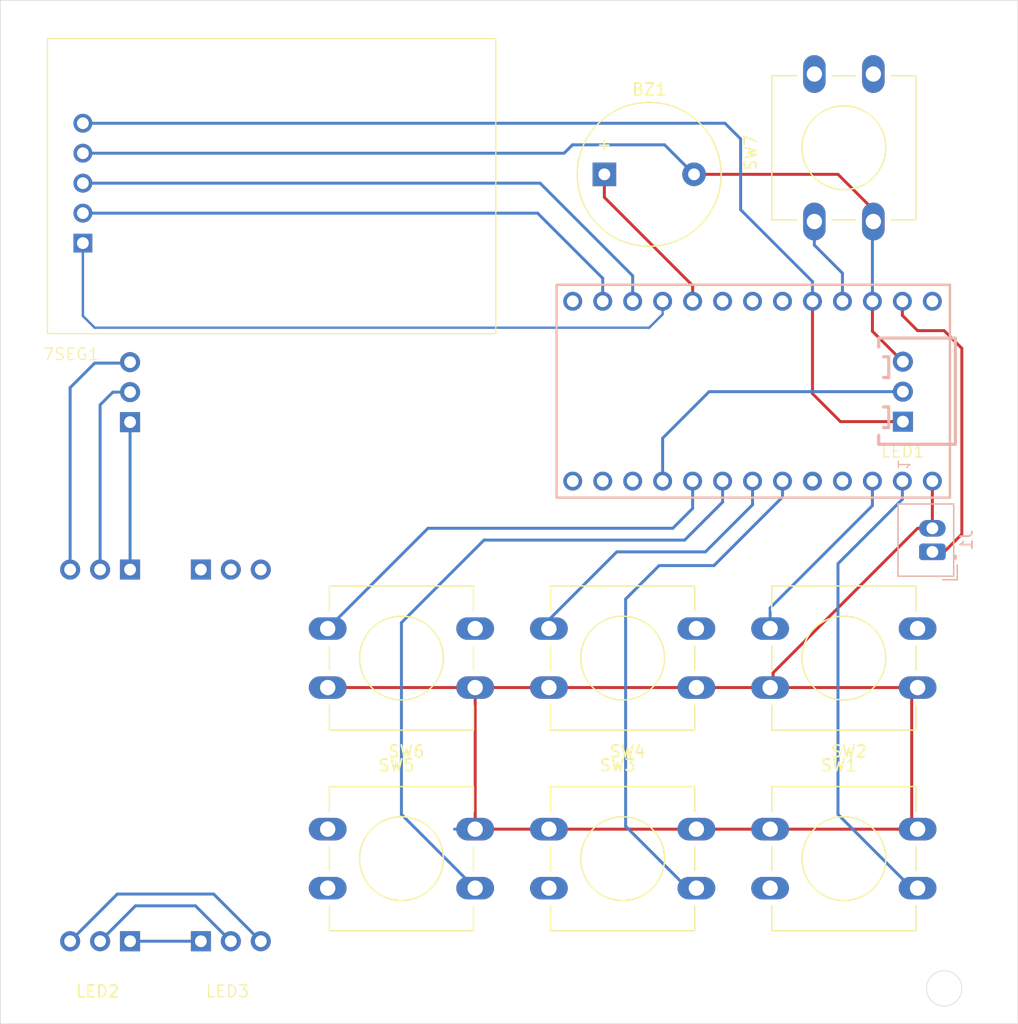
<source format=kicad_pcb>
(kicad_pcb (version 20241229) (generator "pcbnew") (generator_version "9.0")
  (layers (0 "F.Cu" signal) (2 "B.Cu" signal) (13 "F.Paste" user) (15 "B.Paste" user) (5 "F.SilkS" user "F.Silkscreen") (7 "B.SilkS" user "B.Silkscreen") (1 "F.Mask" user) (3 "B.Mask" user) (25 "Edge.Cuts" user))
  (net 0 "")
  (net 1 "BAT")
  (net 2 "GND")
  (net 3 "3V3")
  (net 4 "LED")
  (net 5 "BUT_1")
  (net 6 "BUT_2")
  (net 7 "BUT_3")
  (net 8 "BUT_4")
  (net 9 "BUT_5")
  (net 10 "BUT_6")
  (net 11 "unconnected-(U1-P0.09-LF-Pad24)")
  (net 12 "BUZ")
  (net 13 "DIG_CLK")
  (net 15 "Net-(LED1-DATA-Pad5)")
  (net 16 "Net-(LED1-3V3-Pad4)")
  (net 18 "DIG_DATA")
  (net 22 "DIG_LATCH")
  (net 23 "Net-(LED1-GND-Pad6)")
  (net 26 "Net-(U1-RST)")
  (net 27 "Net-(LED2-3V3-Pad4)")
  (net 28 "Net-(LED2-DATA-Pad5)")
  (net 29 "Net-(LED2-GND-Pad6)")
  (footprint "mastermind:7seg" (layer "F.Cu") (at 94.5 69.25)
    (property "Reference" "7SEG1" (at -7.5 18 0) (layer "F.SilkS") (effects (font (thickness 0.1))))
    (property "Value" "~" (hide yes))
    (fp_rect (start -9.5 -8.75) (end 28.5 16.25) (stroke (width 0.1)) (fill no) (layer "F.SilkS"))
    (pad "1" thru_hole rect (at -6.5 8.58 180) (size 1.6 1.6) (drill 1) (layers "*.Cu" "*.Mask") (net 22 "DIG_LATCH"))
    (pad "2" thru_hole oval (at -6.5 6.04 180) (size 1.6 1.6) (drill 1) (layers "*.Cu" "*.Mask") (net 13 "DIG_CLK"))
    (pad "3" thru_hole oval (at -6.5 3.5 180) (size 1.6 1.6) (drill 1) (layers "*.Cu" "*.Mask") (net 18 "DIG_DATA"))
    (pad "4" thru_hole oval (at -6.5 0.96 180) (size 1.6 1.6) (drill 1) (layers "*.Cu" "*.Mask") (net 2 "GND"))
    (pad "5" thru_hole oval (at -6.5 -1.58 180) (size 1.6 1.6) (drill 1) (layers "*.Cu" "*.Mask") (net 3 "3V3"))
  )
  (footprint "mastermind:SW_PUSH-12mm" (layer "F.Cu") (at 108.75 127.5)
    (property "Reference" "SW5" (at 5.83 -5.41 0) (layer "F.SilkS"))
    (property "Value" "SW_Push")
    (fp_line (start 0.14 -3.61) (end 0.14 -1.5) (stroke (width 0.12)) (layer "F.SilkS"))
    (fp_line (start 0.14 -3.61) (end 12.36 -3.61) (stroke (width 0.12)) (layer "F.SilkS"))
    (fp_line (start 0.14 1.5) (end 0.14 3.5) (stroke (width 0.12)) (layer "F.SilkS"))
    (fp_line (start 0.14 6.5) (end 0.14 8.61) (stroke (width 0.12)) (layer "F.SilkS"))
    (fp_line (start 12.36 -3.61) (end 12.36 -1.5) (stroke (width 0.12)) (layer "F.SilkS"))
    (fp_line (start 12.36 1.5) (end 12.36 3.5) (stroke (width 0.12)) (layer "F.SilkS"))
    (fp_line (start 12.36 6.5) (end 12.36 8.61) (stroke (width 0.12)) (layer "F.SilkS"))
    (fp_line (start 12.36 8.61) (end 0.14 8.61) (stroke (width 0.12)) (layer "F.SilkS"))
    (fp_circle (center 6.25 2.5) (end 9.8 2.5) (stroke (width 0.12)) (fill no) (layer "F.SilkS"))
    (pad "1" thru_hole oval (at 0 0) (size 3.2 1.9) (drill 1.3) (layers "*.Cu" "*.Mask") (net 2 "GND"))
    (pad "1" thru_hole oval (at 12.5 0) (size 3.2 1.9) (drill 1.3) (layers "*.Cu" "*.Mask") (net 2 "GND"))
    (pad "2" thru_hole oval (at 0 5) (size 3.2 1.9) (drill 1.3) (layers "*.Cu" "*.Mask") (net 9 "BUT_5"))
    (pad "2" thru_hole oval (at 12.5 5) (size 3.2 1.9) (drill 1.3) (layers "*.Cu" "*.Mask") (net 9 "BUT_5"))
  )
  (footprint "Buzzer_Beeper:Buzzer_12x9.5RM7.6" (layer "F.Cu") (at 132.2 72)
    (property "Reference" "BZ1" (at 3.8 -7.2 0) (layer "F.SilkS"))
    (property "Value" "Buzzer")
    (fp_circle (center 3.8 0) (end 9.9 0) (stroke (width 0.12)) (fill no) (layer "F.SilkS"))
    (fp_text user "+" (at -0.01 -2.54 0) (layer "F.SilkS"))
    (pad "1" thru_hole rect (at 0 0) (size 2 2) (drill 1) (layers "*.Cu" "*.Mask") (net 12 "BUZ"))
    (pad "2" thru_hole circle (at 7.6 0) (size 2 2) (drill 1) (layers "*.Cu" "*.Mask") (net 2 "GND"))
  )
  (footprint "mastermind:SW_PUSH-12mm" (layer "F.Cu") (at 158.75 115.5 180)
    (property "Reference" "SW2" (at 5.83 -5.41 180) (layer "F.SilkS"))
    (property "Value" "SW_Push")
    (fp_line (start 12.36 8.61) (end 0.14 8.61) (stroke (width 0.12)) (layer "F.SilkS"))
    (fp_line (start 12.36 6.5) (end 12.36 8.61) (stroke (width 0.12)) (layer "F.SilkS"))
    (fp_line (start 12.36 1.5) (end 12.36 3.5) (stroke (width 0.12)) (layer "F.SilkS"))
    (fp_line (start 12.36 -3.61) (end 12.36 -1.5) (stroke (width 0.12)) (layer "F.SilkS"))
    (fp_line (start 0.14 6.5) (end 0.14 8.61) (stroke (width 0.12)) (layer "F.SilkS"))
    (fp_line (start 0.14 1.5) (end 0.14 3.5) (stroke (width 0.12)) (layer "F.SilkS"))
    (fp_line (start 0.14 -3.61) (end 12.36 -3.61) (stroke (width 0.12)) (layer "F.SilkS"))
    (fp_line (start 0.14 -3.61) (end 0.14 -1.5) (stroke (width 0.12)) (layer "F.SilkS"))
    (fp_circle (center 6.25 2.5) (end 9.8 2.5) (stroke (width 0.12)) (fill no) (layer "F.SilkS"))
    (pad "1" thru_hole oval (at 0 0 180) (size 3.2 1.9) (drill 1.3) (layers "*.Cu" "*.Mask") (net 2 "GND"))
    (pad "1" thru_hole oval (at 12.5 0 180) (size 3.2 1.9) (drill 1.3) (layers "*.Cu" "*.Mask") (net 2 "GND"))
    (pad "2" thru_hole oval (at 0 5 180) (size 3.2 1.9) (drill 1.3) (layers "*.Cu" "*.Mask") (net 6 "BUT_2"))
    (pad "2" thru_hole oval (at 12.5 5 180) (size 3.2 1.9) (drill 1.3) (layers "*.Cu" "*.Mask") (net 6 "BUT_2"))
  )
  (footprint "mastermind:LED Strip 2 LED" (layer "F.Cu") (at 89.75 129.75 -90)
    (property "Reference" "LED2" (at 11.5 0.5 0) (layer "F.SilkS"))
    (property "Value" "~")
    (pad "1" thru_hole rect (at -24.25 -2.25 270) (size 1.7 1.7) (drill 1) (layers "*.Cu" "*.Mask") (net 16 "Net-(LED1-3V3-Pad4)"))
    (pad "2" thru_hole circle (at -24.25 0.29 270) (size 1.7 1.7) (drill 1) (layers "*.Cu" "*.Mask") (net 15 "Net-(LED1-DATA-Pad5)"))
    (pad "3" thru_hole circle (at -24.25 2.83 270) (size 1.7 1.7) (drill 1) (layers "*.Cu" "*.Mask") (net 23 "Net-(LED1-GND-Pad6)"))
    (pad "4" thru_hole rect (at 7.25 -2.25 270) (size 1.7 1.7) (drill 1) (layers "*.Cu" "*.Mask") (net 27 "Net-(LED2-3V3-Pad4)"))
    (pad "5" thru_hole circle (at 7.25 0.29 270) (size 1.7 1.7) (drill 1) (layers "*.Cu" "*.Mask") (net 28 "Net-(LED2-DATA-Pad5)"))
    (pad "6" thru_hole circle (at 7.25 2.83 270) (size 1.7 1.7) (drill 1) (layers "*.Cu" "*.Mask") (net 29 "Net-(LED2-GND-Pad6)"))
  )
  (footprint "mastermind:SW_PUSH-12mm" (layer "F.Cu") (at 140 115.5 180)
    (property "Reference" "SW4" (at 5.83 -5.41 180) (layer "F.SilkS"))
    (property "Value" "SW_Push")
    (fp_line (start 12.36 8.61) (end 0.14 8.61) (stroke (width 0.12)) (layer "F.SilkS"))
    (fp_line (start 12.36 6.5) (end 12.36 8.61) (stroke (width 0.12)) (layer "F.SilkS"))
    (fp_line (start 12.36 1.5) (end 12.36 3.5) (stroke (width 0.12)) (layer "F.SilkS"))
    (fp_line (start 12.36 -3.61) (end 12.36 -1.5) (stroke (width 0.12)) (layer "F.SilkS"))
    (fp_line (start 0.14 6.5) (end 0.14 8.61) (stroke (width 0.12)) (layer "F.SilkS"))
    (fp_line (start 0.14 1.5) (end 0.14 3.5) (stroke (width 0.12)) (layer "F.SilkS"))
    (fp_line (start 0.14 -3.61) (end 12.36 -3.61) (stroke (width 0.12)) (layer "F.SilkS"))
    (fp_line (start 0.14 -3.61) (end 0.14 -1.5) (stroke (width 0.12)) (layer "F.SilkS"))
    (fp_circle (center 6.25 2.5) (end 9.8 2.5) (stroke (width 0.12)) (fill no) (layer "F.SilkS"))
    (pad "1" thru_hole oval (at 0 0 180) (size 3.2 1.9) (drill 1.3) (layers "*.Cu" "*.Mask") (net 2 "GND"))
    (pad "1" thru_hole oval (at 12.5 0 180) (size 3.2 1.9) (drill 1.3) (layers "*.Cu" "*.Mask") (net 2 "GND"))
    (pad "2" thru_hole oval (at 0 5 180) (size 3.2 1.9) (drill 1.3) (layers "*.Cu" "*.Mask") (net 8 "BUT_4"))
    (pad "2" thru_hole oval (at 12.5 5 180) (size 3.2 1.9) (drill 1.3) (layers "*.Cu" "*.Mask") (net 8 "BUT_4"))
  )
  (footprint "mastermind:SW_PUSH-12mm" (layer "F.Cu") (at 121.25 115.5 180)
    (property "Reference" "SW6" (at 5.83 -5.41 180) (layer "F.SilkS"))
    (property "Value" "SW_Push")
    (fp_line (start 12.36 8.61) (end 0.14 8.61) (stroke (width 0.12)) (layer "F.SilkS"))
    (fp_line (start 12.36 6.5) (end 12.36 8.61) (stroke (width 0.12)) (layer "F.SilkS"))
    (fp_line (start 12.36 1.5) (end 12.36 3.5) (stroke (width 0.12)) (layer "F.SilkS"))
    (fp_line (start 12.36 -3.61) (end 12.36 -1.5) (stroke (width 0.12)) (layer "F.SilkS"))
    (fp_line (start 0.14 6.5) (end 0.14 8.61) (stroke (width 0.12)) (layer "F.SilkS"))
    (fp_line (start 0.14 1.5) (end 0.14 3.5) (stroke (width 0.12)) (layer "F.SilkS"))
    (fp_line (start 0.14 -3.61) (end 12.36 -3.61) (stroke (width 0.12)) (layer "F.SilkS"))
    (fp_line (start 0.14 -3.61) (end 0.14 -1.5) (stroke (width 0.12)) (layer "F.SilkS"))
    (fp_circle (center 6.25 2.5) (end 9.8 2.5) (stroke (width 0.12)) (fill no) (layer "F.SilkS"))
    (pad "1" thru_hole oval (at 0 0 180) (size 3.2 1.9) (drill 1.3) (layers "*.Cu" "*.Mask") (net 2 "GND"))
    (pad "1" thru_hole oval (at 12.5 0 180) (size 3.2 1.9) (drill 1.3) (layers "*.Cu" "*.Mask") (net 2 "GND"))
    (pad "2" thru_hole oval (at 0 5 180) (size 3.2 1.9) (drill 1.3) (layers "*.Cu" "*.Mask") (net 10 "BUT_6"))
    (pad "2" thru_hole oval (at 12.5 5 180) (size 3.2 1.9) (drill 1.3) (layers "*.Cu" "*.Mask") (net 10 "BUT_6"))
  )
  (footprint "mastermind:SW_PUSH-12mm" (layer "F.Cu") (at 127.5 127.5)
    (property "Reference" "SW3" (at 5.83 -5.41 0) (layer "F.SilkS"))
    (property "Value" "SW_Push")
    (fp_line (start 0.14 -3.61) (end 0.14 -1.5) (stroke (width 0.12)) (layer "F.SilkS"))
    (fp_line (start 0.14 -3.61) (end 12.36 -3.61) (stroke (width 0.12)) (layer "F.SilkS"))
    (fp_line (start 0.14 1.5) (end 0.14 3.5) (stroke (width 0.12)) (layer "F.SilkS"))
    (fp_line (start 0.14 6.5) (end 0.14 8.61) (stroke (width 0.12)) (layer "F.SilkS"))
    (fp_line (start 12.36 -3.61) (end 12.36 -1.5) (stroke (width 0.12)) (layer "F.SilkS"))
    (fp_line (start 12.36 1.5) (end 12.36 3.5) (stroke (width 0.12)) (layer "F.SilkS"))
    (fp_line (start 12.36 6.5) (end 12.36 8.61) (stroke (width 0.12)) (layer "F.SilkS"))
    (fp_line (start 12.36 8.61) (end 0.14 8.61) (stroke (width 0.12)) (layer "F.SilkS"))
    (fp_circle (center 6.25 2.5) (end 9.8 2.5) (stroke (width 0.12)) (fill no) (layer "F.SilkS"))
    (pad "1" thru_hole oval (at 0 0) (size 3.2 1.9) (drill 1.3) (layers "*.Cu" "*.Mask") (net 2 "GND"))
    (pad "1" thru_hole oval (at 12.5 0) (size 3.2 1.9) (drill 1.3) (layers "*.Cu" "*.Mask") (net 2 "GND"))
    (pad "2" thru_hole oval (at 0 5) (size 3.2 1.9) (drill 1.3) (layers "*.Cu" "*.Mask") (net 7 "BUT_3"))
    (pad "2" thru_hole oval (at 12.5 5) (size 3.2 1.9) (drill 1.3) (layers "*.Cu" "*.Mask") (net 7 "BUT_3"))
  )
  (footprint "mastermind:SW_PUSH-12mm" (layer "F.Cu") (at 146.25 127.5)
    (property "Reference" "SW1" (at 5.83 -5.41 0) (layer "F.SilkS"))
    (property "Value" "SW_Push")
    (fp_line (start 0.14 -3.61) (end 0.14 -1.5) (stroke (width 0.12)) (layer "F.SilkS"))
    (fp_line (start 0.14 -3.61) (end 12.36 -3.61) (stroke (width 0.12)) (layer "F.SilkS"))
    (fp_line (start 0.14 1.5) (end 0.14 3.5) (stroke (width 0.12)) (layer "F.SilkS"))
    (fp_line (start 0.14 6.5) (end 0.14 8.61) (stroke (width 0.12)) (layer "F.SilkS"))
    (fp_line (start 12.36 -3.61) (end 12.36 -1.5) (stroke (width 0.12)) (layer "F.SilkS"))
    (fp_line (start 12.36 1.5) (end 12.36 3.5) (stroke (width 0.12)) (layer "F.SilkS"))
    (fp_line (start 12.36 6.5) (end 12.36 8.61) (stroke (width 0.12)) (layer "F.SilkS"))
    (fp_line (start 12.36 8.61) (end 0.14 8.61) (stroke (width 0.12)) (layer "F.SilkS"))
    (fp_circle (center 6.25 2.5) (end 9.8 2.5) (stroke (width 0.12)) (fill no) (layer "F.SilkS"))
    (pad "1" thru_hole oval (at 0 0) (size 3.2 1.9) (drill 1.3) (layers "*.Cu" "*.Mask") (net 2 "GND"))
    (pad "1" thru_hole oval (at 12.5 0) (size 3.2 1.9) (drill 1.3) (layers "*.Cu" "*.Mask") (net 2 "GND"))
    (pad "2" thru_hole oval (at 0 5) (size 3.2 1.9) (drill 1.3) (layers "*.Cu" "*.Mask") (net 5 "BUT_1"))
    (pad "2" thru_hole oval (at 12.5 5) (size 3.2 1.9) (drill 1.3) (layers "*.Cu" "*.Mask") (net 5 "BUT_1"))
  )
  (footprint "mastermind:LED Strip 4 LED" (layer "F.Cu") (at 133.25 90.71 180)
    (property "Reference" "LED1" (at -24.25 -4.79 0) (layer "F.SilkS") (effects (font (thickness 0.1))))
    (property "Value" "~")
    (pad "1" thru_hole rect (at -24.25 -2.25 180) (size 1.7 1.7) (drill 1) (layers "*.Cu" "*.Mask") (net 3 "3V3"))
    (pad "2" thru_hole circle (at -24.25 0.29 180) (size 1.7 1.7) (drill 1) (layers "*.Cu" "*.Mask") (net 4 "LED"))
    (pad "3" thru_hole circle (at -24.25 2.83 180) (size 1.7 1.7) (drill 1) (layers "*.Cu" "*.Mask") (net 2 "GND"))
    (pad "4" thru_hole rect (at 41.25 -2.29 180) (size 1.7 1.7) (drill 1) (layers "*.Cu" "*.Mask") (net 16 "Net-(LED1-3V3-Pad4)"))
    (pad "5" thru_hole circle (at 41.25 0.25 180) (size 1.7 1.7) (drill 1) (layers "*.Cu" "*.Mask") (net 15 "Net-(LED1-DATA-Pad5)"))
    (pad "6" thru_hole circle (at 41.25 2.79 180) (size 1.7 1.7) (drill 1) (layers "*.Cu" "*.Mask") (net 23 "Net-(LED1-GND-Pad6)"))
  )
  (footprint "mastermind:LED Strip 2 LED" (layer "F.Cu") (at 100.25 112.75 90)
    (property "Reference" "LED3" (at -28.5 0 0) (layer "F.SilkS") (effects (font (thickness 0.1))))
    (property "Value" "~")
    (pad "1" thru_hole rect (at -24.25 -2.25 90) (size 1.7 1.7) (drill 1) (layers "*.Cu" "*.Mask") (net 27 "Net-(LED2-3V3-Pad4)"))
    (pad "2" thru_hole circle (at -24.25 0.29 90) (size 1.7 1.7) (drill 1) (layers "*.Cu" "*.Mask") (net 28 "Net-(LED2-DATA-Pad5)"))
    (pad "3" thru_hole circle (at -24.25 2.83 90) (size 1.7 1.7) (drill 1) (layers "*.Cu" "*.Mask") (net 29 "Net-(LED2-GND-Pad6)"))
    (pad "4" thru_hole rect (at 7.25 -2.25 90) (size 1.7 1.7) (drill 1) (layers "*.Cu" "*.Mask"))
    (pad "5" thru_hole circle (at 7.25 0.29 90) (size 1.7 1.7) (drill 1) (layers "*.Cu" "*.Mask"))
    (pad "6" thru_hole circle (at 7.25 2.83 90) (size 1.7 1.7) (drill 1) (layers "*.Cu" "*.Mask"))
  )
  (footprint "mastermind:SW_PUSH-12mm" (layer "F.Cu") (at 150 76 90)
    (property "Reference" "SW7" (at 5.83 -5.41 90) (layer "F.SilkS"))
    (property "Value" "SW_RST")
    (fp_line (start 12.36 -3.61) (end 12.36 -1.5) (stroke (width 0.12)) (layer "F.SilkS"))
    (fp_line (start 0.14 -3.61) (end 12.36 -3.61) (stroke (width 0.12)) (layer "F.SilkS"))
    (fp_line (start 0.14 -3.61) (end 0.14 -1.5) (stroke (width 0.12)) (layer "F.SilkS"))
    (fp_line (start 12.36 1.5) (end 12.36 3.5) (stroke (width 0.12)) (layer "F.SilkS"))
    (fp_line (start 0.14 1.5) (end 0.14 3.5) (stroke (width 0.12)) (layer "F.SilkS"))
    (fp_line (start 12.36 6.5) (end 12.36 8.61) (stroke (width 0.12)) (layer "F.SilkS"))
    (fp_line (start 0.14 6.5) (end 0.14 8.61) (stroke (width 0.12)) (layer "F.SilkS"))
    (fp_line (start 12.36 8.61) (end 0.14 8.61) (stroke (width 0.12)) (layer "F.SilkS"))
    (fp_circle (center 6.25 2.5) (end 9.8 2.5) (stroke (width 0.12)) (fill no) (layer "F.SilkS"))
    (pad "1" thru_hole oval (at 0 0 90) (size 3.2 1.9) (drill 1.3) (layers "*.Cu" "*.Mask") (net 26 "Net-(U1-RST)"))
    (pad "1" thru_hole oval (at 12.5 0 90) (size 3.2 1.9) (drill 1.3) (layers "*.Cu" "*.Mask") (net 26 "Net-(U1-RST)"))
    (pad "2" thru_hole oval (at 0 5 90) (size 3.2 1.9) (drill 1.3) (layers "*.Cu" "*.Mask") (net 2 "GND"))
    (pad "2" thru_hole oval (at 12.5 5 90) (size 3.2 1.9) (drill 1.3) (layers "*.Cu" "*.Mask") (net 2 "GND"))
  )
  (footprint "mastermind:SuperMini NRF52840" (layer "B.Cu") (at 160 98 90)
    (property "Reference" "U1" (hide yes))
    (property "Value" "SuperMini nRF52840")
    (fp_line (start 11.36119 -4.54755) (end 12.11999 -4.54755) (stroke (width 0.254)) (layer "B.SilkS"))
    (fp_line (start 11.36119 -4.54755) (end 12.11999 -4.54755) (stroke (width 0.254)) (layer "B.SilkS"))
    (fp_line (start 3.82448 -4.54755) (end 3.87894 -4.54755) (stroke (width 0.254)) (layer "B.SilkS"))
    (fp_line (start 3.82448 -4.54755) (end 3.87894 -4.54755) (stroke (width 0.254)) (layer "B.SilkS"))
    (fp_line (start 3.11554 -4.54755) (end 3.82448 -4.54755) (stroke (width 0.254)) (layer "B.SilkS"))
    (fp_line (start 3.11554 -4.54755) (end 3.82448 -4.54755) (stroke (width 0.254)) (layer "B.SilkS"))
    (fp_line (start 6.28559 -3.69469) (end 6.28559 -4.13642) (stroke (width 0.254)) (layer "B.SilkS"))
    (fp_line (start 6.28559 -3.69469) (end 6.28559 -4.13642) (stroke (width 0.254)) (layer "B.SilkS"))
    (fp_line (start 4.53558 -3.69469) (end 4.53558 -4.13642) (stroke (width 0.254)) (layer "B.SilkS"))
    (fp_line (start 4.53558 -3.69469) (end 4.53558 -4.13642) (stroke (width 0.254)) (layer "B.SilkS"))
    (fp_line (start 4.53558 -3.69469) (end 6.28559 -3.69469) (stroke (width 0.254)) (layer "B.SilkS"))
    (fp_line (start 4.53558 -3.69469) (end 6.28559 -3.69469) (stroke (width 0.254)) (layer "B.SilkS"))
    (fp_line (start 10.53249 -3.69256) (end 10.53249 -4.1349) (stroke (width 0.254)) (layer "B.SilkS"))
    (fp_line (start 10.53249 -3.69256) (end 10.53249 -4.1349) (stroke (width 0.254)) (layer "B.SilkS"))
    (fp_line (start 8.78248 -3.69256) (end 8.78248 -4.13642) (stroke (width 0.254)) (layer "B.SilkS"))
    (fp_line (start 8.78248 -3.69256) (end 8.78248 -4.13642) (stroke (width 0.254)) (layer "B.SilkS"))
    (fp_line (start 8.78248 -3.69256) (end 10.53249 -3.69256) (stroke (width 0.254)) (layer "B.SilkS"))
    (fp_line (start 8.78248 -3.69256) (end 10.53249 -3.69256) (stroke (width 0.254)) (layer "B.SilkS"))
    (fp_line (start 12.11999 1.95244) (end 12.11999 -4.54755) (stroke (width 0.254)) (layer "B.SilkS"))
    (fp_line (start 12.11999 1.95244) (end 12.11999 -4.54755) (stroke (width 0.254)) (layer "B.SilkS"))
    (fp_line (start 3.17 1.95244) (end 12.11999 1.95244) (stroke (width 0.254)) (layer "B.SilkS"))
    (fp_line (start 3.17 1.95244) (end 12.11999 1.95244) (stroke (width 0.254)) (layer "B.SilkS"))
    (fp_line (start 3.12001 1.95244) (end 3.12001 -4.54755) (stroke (width 0.254)) (layer "B.SilkS"))
    (fp_line (start 3.12001 1.95244) (end 3.12001 -4.54755) (stroke (width 0.254)) (layer "B.SilkS"))
    (fp_line (start 3.12001 1.95244) (end 3.17 1.95244) (stroke (width 0.254)) (layer "B.SilkS"))
    (fp_line (start 3.12001 1.95244) (end 3.17 1.95244) (stroke (width 0.254)) (layer "B.SilkS"))
    (fp_rect (start 16.64246 1.488391) (end -1.402441 -31.84999) (stroke (width 0.2)) (fill no) (layer "B.SilkS"))
    (fp_text user "1" (at 0.863468 -3.007018 270) (layer "B.SilkS") (effects (font (thickness 0.1)) (justify left bottom mirror)))
    (pad "1" thru_hole circle (at 0 -2.54 180) (size 1.6 1.6) (drill 1) (layers "*.Cu" "*.Mask") (net 5 "BUT_1"))
    (pad "2" thru_hole circle (at 0 -5.08 180) (size 1.6 1.6) (drill 1) (layers "*.Cu" "*.Mask") (net 6 "BUT_2"))
    (pad "3" thru_hole circle (at 0 -7.62 180) (size 1.6 1.6) (drill 1) (layers "*.Cu" "*.Mask") (net 2 "GND"))
    (pad "4" thru_hole circle (at 0 -10.16) (size 1.6 1.6) (drill 0.9144) (layers "*.Cu" "*.Mask") (net 2 "GND"))
    (pad "5" thru_hole circle (at 0 -12.7 180) (size 1.6 1.6) (drill 1) (layers "*.Cu" "*.Mask") (net 7 "BUT_3"))
    (pad "6" thru_hole circle (at 0 -15.24 180) (size 1.6 1.6) (drill 1) (layers "*.Cu" "*.Mask") (net 8 "BUT_4"))
    (pad "7" thru_hole circle (at 0 -17.78 180) (size 1.6 1.6) (drill 1) (layers "*.Cu" "*.Mask") (net 9 "BUT_5"))
    (pad "8" thru_hole circle (at 0 -20.32 180) (size 1.6 1.6) (drill 1) (layers "*.Cu" "*.Mask") (net 10 "BUT_6"))
    (pad "9" thru_hole circle (at 0 -22.86 180) (size 1.6 1.6) (drill 1) (layers "*.Cu" "*.Mask") (net 4 "LED"))
    (pad "10" thru_hole circle (at 0 -25.4 180) (size 1.6 1.6) (drill 1) (layers "*.Cu" "*.Mask"))
    (pad "11" thru_hole circle (at 0 -27.94 180) (size 1.6 1.6) (drill 1) (layers "*.Cu" "*.Mask"))
    (pad "12" thru_hole circle (at 0 -30.48 180) (size 1.6 1.6) (drill 1) (layers "*.Cu" "*.Mask"))
    (pad "13" thru_hole circle (at 15.24001 -2.53999) (size 1.6 1.6) (drill 1) (layers "*.Cu" "*.Mask") (net 1 "BAT"))
    (pad "14" thru_hole circle (at 15.24001 -5.07999) (size 1.6 1.6) (drill 1) (layers "*.Cu" "*.Mask") (net 2 "GND"))
    (pad "15" thru_hole circle (at 15.24001 -7.61999) (size 1.6 1.6) (drill 1) (layers "*.Cu" "*.Mask") (net 26 "Net-(U1-RST)"))
    (pad "16" thru_hole circle (at 15.24001 -10.15999) (size 1.6 1.6) (drill 1) (layers "*.Cu" "*.Mask") (net 3 "3V3"))
    (pad "17" thru_hole circle (at 15.24001 -12.69999) (size 1.6 1.6) (drill 1) (layers "*.Cu" "*.Mask"))
    (pad "18" thru_hole circle (at 15.24001 -15.23999) (size 1.6 1.6) (drill 1) (layers "*.Cu" "*.Mask"))
    (pad "19" thru_hole circle (at 15.24001 -17.77999) (size 1.6 1.6) (drill 1) (layers "*.Cu" "*.Mask"))
    (pad "20" thru_hole circle (at 15.24001 -20.31999) (size 1.6 1.6) (drill 1) (layers "*.Cu" "*.Mask") (net 12 "BUZ"))
    (pad "21" thru_hole circle (at 15.24001 -22.85999) (size 1.6 1.6) (drill 1) (layers "*.Cu" "*.Mask") (net 22 "DIG_LATCH"))
    (pad "22" thru_hole circle (at 15.24001 -25.39999) (size 1.6 1.6) (drill 1) (layers "*.Cu" "*.Mask") (net 18 "DIG_DATA"))
    (pad "23" thru_hole circle (at 15.24001 -27.93999) (size 1.6 1.6) (drill 1) (layers "*.Cu" "*.Mask") (net 13 "DIG_CLK"))
    (pad "24" thru_hole circle (at 15.24001 -30.47999 180) (size 1.6 1.6) (drill 1) (layers "*.Cu" "*.Mask") (net 11 "unconnected-(U1-P0.09-LF-Pad24)"))
    (pad "28" thru_hole circle (at 0 0 180) (size 1.6 1.6) (drill 1) (layers "*.Cu" "*.Mask") (net 2 "GND"))
    (pad "29" thru_hole circle (at 15.24001 0.00001) (size 1.6 1.6) (drill 1) (layers "*.Cu" "*.Mask"))
  )
  (footprint "Connector_JST:JST_PH_B2B-PH-K_1x02_P2.00mm_Vertical" (layer "B.Cu") (at 160 104 90)
    (property "Reference" "J1" (at 1 2.9 270) (layer "B.SilkS") (effects (justify mirror)))
    (property "Value" "Battery connector")
    (fp_line (start 4.06 -2.91) (end 4.06 1.81) (stroke (width 0.12)) (layer "B.SilkS"))
    (fp_line (start -2.06 -2.91) (end 4.06 -2.91) (stroke (width 0.12)) (layer "B.SilkS"))
    (fp_line (start 4.06 1.81) (end -2.06 1.81) (stroke (width 0.12)) (layer "B.SilkS"))
    (fp_line (start -0.3 1.81) (end -0.3 2.01) (stroke (width 0.12)) (layer "B.SilkS"))
    (fp_line (start -2.06 1.81) (end -2.06 -2.91) (stroke (width 0.12)) (layer "B.SilkS"))
    (fp_line (start -0.3 1.91) (end -0.6 1.91) (stroke (width 0.12)) (layer "B.SilkS"))
    (fp_line (start -0.3 2.01) (end -0.6 2.01) (stroke (width 0.12)) (layer "B.SilkS"))
    (fp_line (start -0.6 2.01) (end -0.6 1.81) (stroke (width 0.12)) (layer "B.SilkS"))
    (fp_line (start -1.11 2.11) (end -2.36 2.11) (stroke (width 0.12)) (layer "B.SilkS"))
    (fp_line (start -2.36 2.11) (end -2.36 0.86) (stroke (width 0.12)) (layer "B.SilkS"))
    (pad "1" thru_hole roundrect (at 0 0 90) (size 1.4 2.25) (drill 1) (layers "*.Cu" "*.Mask") (roundrect_rratio 0.208333) (net 1 "BAT"))
    (pad "2" thru_hole oval (at 2 0 90) (size 1.4 2.25) (drill 1) (layers "*.Cu" "*.Mask") (net 2 "GND"))
  )
  (gr_rect (start 81 57.25) (end 167.25 144) (stroke (width 0.05)) (fill no) (layer "Edge.Cuts"))
  (gr_circle (center 161 141) (end 162.5 141) (stroke (width 0.05)) (fill no) (layer "Edge.Cuts"))
  (segment (start 162.5 102.5) (end 161 104) (width 0.25) (layer "F.Cu") (net 1))
  (segment (start 162.5 86.75) (end 162.5 102.5) (width 0.25) (layer "F.Cu") (net 1))
  (segment (start 158.75 85.25) (end 161 85.25) (width 0.25) (layer "F.Cu") (net 1))
  (segment (start 161 104) (end 160 104) (width 0.25) (layer "F.Cu") (net 1))
  (segment (start 157.46001 82.75999) (end 157.46001 83.96001) (width 0.25) (layer "F.Cu") (net 1))
  (segment (start 157.46001 83.96001) (end 158.75 85.25) (width 0.25) (layer "F.Cu") (net 1))
  (segment (start 161 85.25) (end 162.5 86.75) (width 0.25) (layer "F.Cu") (net 1))
  (segment (start 146.25 127.5) (end 140 127.5) (width 0.25) (layer "F.Cu") (net 2))
  (segment (start 121.25 115.5) (end 121.25 127.5) (width 0.25) (layer "F.Cu") (net 2))
  (segment (start 146.25 115.5) (end 158.75 115.5) (width 0.25) (layer "F.Cu") (net 2))
  (segment (start 127.5 127.5) (end 121.25 127.5) (width 0.25) (layer "F.Cu") (net 2))
  (segment (start 146.25 115.5) (end 140 115.5) (width 0.25) (layer "F.Cu") (net 2))
  (segment (start 155 75) (end 155 76) (width 0.25) (layer "F.Cu") (net 2))
  (segment (start 145.75 115.25) (end 146 115.5) (width 0.25) (layer "F.Cu") (net 2))
  (segment (start 158.75 102) (end 146.5 114.25) (width 0.25) (layer "F.Cu") (net 2))
  (segment (start 139.8 72) (end 152 72) (width 0.25) (layer "F.Cu") (net 2))
  (segment (start 158.5 115.5) (end 158.25 115.75) (width 0.25) (layer "F.Cu") (net 2))
  (segment (start 158.75 127.5) (end 146.25 127.5) (width 0.25) (layer "F.Cu") (net 2))
  (segment (start 152 72) (end 155 75) (width 0.25) (layer "F.Cu") (net 2))
  (segment (start 140 127.5) (end 127.5 127.5) (width 0.25) (layer "F.Cu") (net 2))
  (segment (start 160 102) (end 158.75 102) (width 0.25) (layer "F.Cu") (net 2))
  (segment (start 158.25 115.75) (end 158.25 127) (width 0.25) (layer "F.Cu") (net 2))
  (segment (start 127.5 115.5) (end 121.25 115.5) (width 0.25) (layer "F.Cu") (net 2))
  (segment (start 154.92001 85.30001) (end 157.5 87.88) (width 0.25) (layer "F.Cu") (net 2))
  (segment (start 121.25 115.5) (end 108.75 115.5) (width 0.25) (layer "F.Cu") (net 2))
  (segment (start 154.92001 82.75999) (end 154.92001 85.30001) (width 0.25) (layer "F.Cu") (net 2))
  (segment (start 146.5 114.25) (end 146.5 115.25) (width 0.25) (layer "F.Cu") (net 2))
  (segment (start 158.75 115.5) (end 158.5 115.5) (width 0.25) (layer "F.Cu") (net 2))
  (segment (start 160 102) (end 160 98) (width 0.25) (layer "F.Cu") (net 2))
  (segment (start 140 115.5) (end 127.5 115.5) (width 0.25) (layer "F.Cu") (net 2))
  (segment (start 158.25 127) (end 158.75 127.5) (width 0.25) (layer "F.Cu") (net 2))
  (segment (start 155 76.09002) (end 155 76) (width 0.25) (layer "B.Cu") (net 2))
  (segment (start 154.92001 82.75999) (end 154.92001 76.17001) (width 0.25) (layer "B.Cu") (net 2))
  (segment (start 120.25 127.5) (end 119.5 127.5) (width 0.25) (layer "B.Cu") (net 2))
  (segment (start 88 70.21) (end 128.79 70.21) (width 0.25) (layer "B.Cu") (net 2))
  (segment (start 154.92001 76.17001) (end 155 76.09002) (width 0.25) (layer "B.Cu") (net 2))
  (segment (start 140 127.5) (end 138.5 127.5) (width 0.25) (layer "B.Cu") (net 2))
  (segment (start 128.79 70.21) (end 129.5 69.5) (width 0.25) (layer "B.Cu") (net 2))
  (segment (start 129.5 69.5) (end 137.3 69.5) (width 0.25) (layer "B.Cu") (net 2))
  (segment (start 137.3 69.5) (end 139.8 72) (width 0.25) (layer "B.Cu") (net 2))
  (segment (start 107.5 115.5) (end 108.75 115.5) (width 0.25) (layer "B.Cu") (net 2))
  (segment (start 155 76.25) (end 155 76) (width 0.25) (layer "B.Cu") (net 2))
  (segment (start 149.84001 90.59001) (end 152.21 92.96) (width 0.25) (layer "F.Cu") (net 3))
  (segment (start 149.84001 82.75999) (end 149.84001 90.59001) (width 0.25) (layer "F.Cu") (net 3))
  (segment (start 152.21 92.96) (end 157.5 92.96) (width 0.25) (layer "F.Cu") (net 3))
  (segment (start 143.75 75) (end 149.84001 81.09001) (width 0.25) (layer "B.Cu") (net 3))
  (segment (start 142.42 67.67) (end 143.75 69) (width 0.25) (layer "B.Cu") (net 3))
  (segment (start 143.75 69) (end 143.75 75) (width 0.25) (layer "B.Cu") (net 3))
  (segment (start 88 67.67) (end 142.42 67.67) (width 0.25) (layer "B.Cu") (net 3))
  (segment (start 149.84001 81.09001) (end 149.84001 82.75999) (width 0.25) (layer "B.Cu") (net 3))
  (segment (start 137.14 94.36) (end 137.14 98) (width 0.25) (layer "B.Cu") (net 4))
  (segment (start 157.5 90.42) (end 141.08 90.42) (width 0.25) (layer "B.Cu") (net 4))
  (segment (start 141.08 90.42) (end 137.14 94.36) (width 0.25) (layer "B.Cu") (net 4))
  (segment (start 158.75 132.5) (end 158.25 132.5) (width 0.25) (layer "B.Cu") (net 5))
  (segment (start 157.46 99.54) (end 157.46 98) (width 0.25) (layer "B.Cu") (net 5))
  (segment (start 152 105) (end 157.46 99.54) (width 0.25) (layer "B.Cu") (net 5))
  (segment (start 158.25 132.5) (end 152 126.25) (width 0.25) (layer "B.Cu") (net 5))
  (segment (start 152 126.25) (end 152 105) (width 0.25) (layer "B.Cu") (net 5))
  (segment (start 146.25 108.75) (end 154.92 100.08) (width 0.25) (layer "B.Cu") (net 6))
  (segment (start 146.25 110.5) (end 146.25 108.75) (width 0.25) (layer "B.Cu") (net 6))
  (segment (start 145.125 109.875) (end 145.75 110.5) (width 0.25) (layer "B.Cu") (net 6))
  (segment (start 154.92 100.08) (end 154.92 98) (width 0.25) (layer "B.Cu") (net 6))
  (segment (start 145.75 110.5) (end 146.25 110.5) (width 0.25) (layer "B.Cu") (net 6))
  (segment (start 139.25 132.5) (end 140 132.5) (width 0.25) (layer "B.Cu") (net 7))
  (segment (start 147.3 99.35) (end 141.49 105.16) (width 0.25) (layer "B.Cu") (net 7))
  (segment (start 141.49 105.16) (end 136.84 105.16) (width 0.25) (layer "B.Cu") (net 7))
  (segment (start 136.84 105.16) (end 134 108) (width 0.25) (layer "B.Cu") (net 7))
  (segment (start 147.3 98) (end 147.3 99.35) (width 0.25) (layer "B.Cu") (net 7))
  (segment (start 134 108) (end 134 127.25) (width 0.25) (layer "B.Cu") (net 7))
  (segment (start 134 127.25) (end 139.25 132.5) (width 0.25) (layer "B.Cu") (net 7))
  (segment (start 140.765428 104) (end 133.25 104) (width 0.25) (layer "B.Cu") (net 8))
  (segment (start 144.76 100.005428) (end 140.765428 104) (width 0.25) (layer "B.Cu") (net 8))
  (segment (start 127.5 109.75) (end 127.5 110.5) (width 0.25) (layer "B.Cu") (net 8))
  (segment (start 133.25 104) (end 127.5 109.75) (width 0.25) (layer "B.Cu") (net 8))
  (segment (start 144.76 98) (end 144.76 100.005428) (width 0.25) (layer "B.Cu") (net 8))
  (segment (start 122 103) (end 115 110) (width 0.25) (layer "B.Cu") (net 9))
  (segment (start 139 103) (end 122 103) (width 0.25) (layer "B.Cu") (net 9))
  (segment (start 142.22 99.78) (end 139 103) (width 0.25) (layer "B.Cu") (net 9))
  (segment (start 115 110) (end 115 126.25) (width 0.25) (layer "B.Cu") (net 9))
  (segment (start 115 126.25) (end 121.25 132.5) (width 0.25) (layer "B.Cu") (net 9))
  (segment (start 142.22 98) (end 142.22 99.78) (width 0.25) (layer "B.Cu") (net 9))
  (segment (start 117.25 102) (end 108.75 110.5) (width 0.25) (layer "B.Cu") (net 10))
  (segment (start 139.68 98) (end 139.68 100.32) (width 0.25) (layer "B.Cu") (net 10))
  (segment (start 138 102) (end 117.25 102) (width 0.25) (layer "B.Cu") (net 10))
  (segment (start 139.68 100.32) (end 138 102) (width 0.25) (layer "B.Cu") (net 10))
  (segment (start 129.46002 82.7) (end 129.52001 82.75999) (width 0.25) (layer "B.Cu") (net 11))
  (segment (start 132.2 73.95) (end 139.68001 81.43001) (width 0.25) (layer "F.Cu") (net 12))
  (segment (start 132.2 72) (end 132.2 73.95) (width 0.25) (layer "F.Cu") (net 12))
  (segment (start 139.68001 81.43001) (end 139.68001 82.75999) (width 0.25) (layer "F.Cu") (net 12))
  (segment (start 126.54 75.29) (end 132.06001 80.81001) (width 0.25) (layer "B.Cu") (net 13))
  (segment (start 132.06001 80.81001) (end 132.06001 82.75999) (width 0.25) (layer "B.Cu") (net 13))
  (segment (start 88 75.29) (end 126.54 75.29) (width 0.25) (layer "B.Cu") (net 13))
  (segment (start 90.54 90.46) (end 92 90.46) (width 0.25) (layer "B.Cu") (net 15))
  (segment (start 89.46 91.54) (end 90.54 90.46) (width 0.25) (layer "B.Cu") (net 15))
  (segment (start 89.46 105.5) (end 89.46 91.54) (width 0.25) (layer "B.Cu") (net 15))
  (segment (start 92 93) (end 92 105.5) (width 0.25) (layer "B.Cu") (net 16))
  (segment (start 134.60001 80.60001) (end 134.60001 82.75999) (width 0.25) (layer "B.Cu") (net 18))
  (segment (start 126.75 72.75) (end 134.60001 80.60001) (width 0.25) (layer "B.Cu") (net 18))
  (segment (start 88 72.75) (end 126.75 72.75) (width 0.25) (layer "B.Cu") (net 18))
  (segment (start 89 85) (end 136 85) (width 0.2) (layer "B.Cu") (net 22))
  (segment (start 137.14001 83.85999) (end 137.14001 82.75999) (width 0.2) (layer "B.Cu") (net 22))
  (segment (start 88 84) (end 89 85) (width 0.2) (layer "B.Cu") (net 22))
  (segment (start 88 77.83) (end 88 84) (width 0.2) (layer "B.Cu") (net 22))
  (segment (start 136 85) (end 137.14001 83.85999) (width 0.2) (layer "B.Cu") (net 22))
  (segment (start 86.92 90.08) (end 89 88) (width 0.25) (layer "B.Cu") (net 23))
  (segment (start 91.92 88) (end 92 87.92) (width 0.25) (layer "B.Cu") (net 23))
  (segment (start 89 88) (end 91.92 88) (width 0.25) (layer "B.Cu") (net 23))
  (segment (start 86.92 105.5) (end 86.92 90.08) (width 0.25) (layer "B.Cu") (net 23))
  (segment (start 152.38001 80.38001) (end 150 78) (width 0.25) (layer "B.Cu") (net 26))
  (segment (start 152.38001 82.75999) (end 152.38001 80.38001) (width 0.25) (layer "B.Cu") (net 26))
  (segment (start 150 78) (end 150 76) (width 0.25) (layer "B.Cu") (net 26))
  (segment (start 92 137) (end 98 137) (width 0.25) (layer "B.Cu") (net 27))
  (segment (start 89.46 137) (end 92.46 134) (width 0.25) (layer "B.Cu") (net 28))
  (segment (start 97.54 134) (end 100.54 137) (width 0.25) (layer "B.Cu") (net 28))
  (segment (start 92.46 134) (end 97.54 134) (width 0.25) (layer "B.Cu") (net 28))
  (segment (start 99.08 133) (end 103.08 137) (width 0.25) (layer "B.Cu") (net 29))
  (segment (start 86.92 137) (end 90.92 133) (width 0.25) (layer "B.Cu") (net 29))
  (segment (start 90.92 133) (end 99.08 133) (width 0.25) (layer "B.Cu") (net 29))
)
</source>
